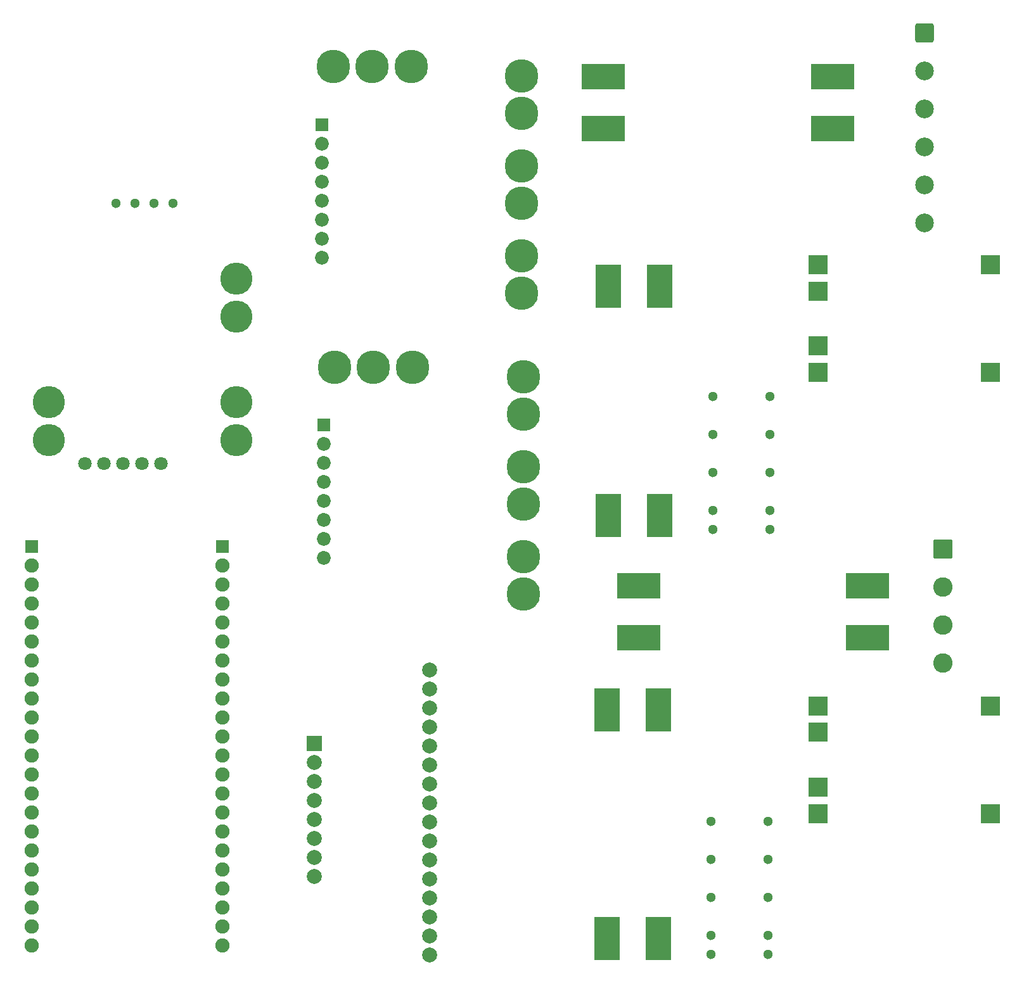
<source format=gbr>
%TF.GenerationSoftware,KiCad,Pcbnew,9.0.2*%
%TF.CreationDate,2025-10-01T16:12:29+03:00*%
%TF.ProjectId,SolarMonitor_V1,536f6c61-724d-46f6-9e69-746f725f5631,rev?*%
%TF.SameCoordinates,Original*%
%TF.FileFunction,Soldermask,Bot*%
%TF.FilePolarity,Negative*%
%FSLAX46Y46*%
G04 Gerber Fmt 4.6, Leading zero omitted, Abs format (unit mm)*
G04 Created by KiCad (PCBNEW 9.0.2) date 2025-10-01 16:12:29*
%MOMM*%
%LPD*%
G01*
G04 APERTURE LIST*
G04 Aperture macros list*
%AMRoundRect*
0 Rectangle with rounded corners*
0 $1 Rounding radius*
0 $2 $3 $4 $5 $6 $7 $8 $9 X,Y pos of 4 corners*
0 Add a 4 corners polygon primitive as box body*
4,1,4,$2,$3,$4,$5,$6,$7,$8,$9,$2,$3,0*
0 Add four circle primitives for the rounded corners*
1,1,$1+$1,$2,$3*
1,1,$1+$1,$4,$5*
1,1,$1+$1,$6,$7*
1,1,$1+$1,$8,$9*
0 Add four rect primitives between the rounded corners*
20,1,$1+$1,$2,$3,$4,$5,0*
20,1,$1+$1,$4,$5,$6,$7,0*
20,1,$1+$1,$6,$7,$8,$9,0*
20,1,$1+$1,$8,$9,$2,$3,0*%
G04 Aperture macros list end*
%ADD10C,1.300000*%
%ADD11R,2.500000X2.500000*%
%ADD12C,1.900000*%
%ADD13R,1.700000X1.700000*%
%ADD14R,5.840000X3.500000*%
%ADD15C,2.000000*%
%ADD16R,2.100000X2.100000*%
%ADD17R,3.500000X5.840000*%
%ADD18RoundRect,0.250000X-1.000000X1.000000X-1.000000X-1.000000X1.000000X-1.000000X1.000000X1.000000X0*%
%ADD19C,2.500000*%
%ADD20C,1.850000*%
%ADD21C,4.500000*%
%ADD22C,4.300000*%
%ADD23C,1.800000*%
%ADD24RoundRect,0.250000X-1.050000X1.050000X-1.050000X-1.050000X1.050000X-1.050000X1.050000X1.050000X0*%
%ADD25C,2.600000*%
G04 APERTURE END LIST*
D10*
%TO.C,K2*%
X126472024Y-179620000D03*
X126472024Y-177080000D03*
X126472024Y-172000000D03*
X126472024Y-166920000D03*
X126472024Y-161840000D03*
X134092024Y-161840000D03*
X134092024Y-166920000D03*
X134092024Y-172000000D03*
X134092024Y-177080000D03*
X134092024Y-179620000D03*
%TD*%
D11*
%TO.C,BRD1*%
X140800000Y-101775000D03*
X140800000Y-98275000D03*
X140800000Y-90925000D03*
X140800000Y-87425000D03*
X163800000Y-101775000D03*
X163800000Y-87425000D03*
%TD*%
%TO.C,BRD4*%
X140800000Y-160775000D03*
X140800000Y-157275000D03*
X140800000Y-149925000D03*
X140800000Y-146425000D03*
X163800000Y-160775000D03*
X163800000Y-146425000D03*
%TD*%
D12*
%TO.C,BRD12*%
X61198000Y-178420845D03*
X61198000Y-175880845D03*
X61198000Y-173340845D03*
X61198000Y-170800845D03*
X61198000Y-168260845D03*
X61198000Y-165720845D03*
X61198000Y-163180845D03*
X61198000Y-160640845D03*
X61198000Y-158100845D03*
X61198000Y-155560845D03*
X61198000Y-153020845D03*
X61198000Y-150480845D03*
X61198000Y-147940845D03*
X61198000Y-145400845D03*
X61198000Y-142860845D03*
X61198000Y-140320845D03*
X61198000Y-137780845D03*
X61198000Y-135240845D03*
X61198000Y-132700845D03*
X61198000Y-130160845D03*
X61198000Y-127620845D03*
D13*
X61198000Y-125080845D03*
D12*
X35698000Y-178420845D03*
X35698000Y-175880845D03*
X35698000Y-173340845D03*
X35698000Y-170800845D03*
X35698000Y-168260845D03*
X35698000Y-165720845D03*
X35698000Y-163180845D03*
X35698000Y-160640845D03*
X35698000Y-158100845D03*
X35698000Y-155560845D03*
X35698000Y-153020845D03*
X35698000Y-150480845D03*
X35698000Y-147940845D03*
X35698000Y-145400845D03*
X35698000Y-142860845D03*
X35698000Y-140320845D03*
X35698000Y-137780845D03*
X35698000Y-135240845D03*
X35698000Y-132700845D03*
X35698000Y-130160845D03*
X35698000Y-127620845D03*
D13*
X35698000Y-125080845D03*
%TD*%
D14*
%TO.C,BRD14*%
X112100000Y-69160000D03*
X112100000Y-62250000D03*
X142700000Y-62250000D03*
X142700000Y-69160000D03*
%TD*%
D15*
%TO.C,BRD7*%
X88868000Y-179700845D03*
X88868000Y-177160845D03*
X88868000Y-174620845D03*
X88868000Y-172080845D03*
X88868000Y-169540845D03*
X88868000Y-167000845D03*
X88868000Y-164460845D03*
X88868000Y-161920845D03*
X88868000Y-159380845D03*
X88868000Y-156840845D03*
X88868000Y-154300845D03*
X88868000Y-151760845D03*
X88868000Y-149220845D03*
X88868000Y-146680845D03*
X88868000Y-144140845D03*
X88868000Y-141600845D03*
X73498000Y-169190845D03*
X73498000Y-166650845D03*
X73498000Y-164110845D03*
X73498000Y-161570845D03*
X73498000Y-159030845D03*
X73498000Y-156490845D03*
X73498000Y-153950845D03*
D16*
X73498000Y-151410845D03*
%TD*%
D17*
%TO.C,BRD3*%
X119660000Y-120900000D03*
X112750000Y-120900000D03*
X112750000Y-90300000D03*
X119660000Y-90300000D03*
%TD*%
D10*
%TO.C,BRD13*%
X54575000Y-79175000D03*
X52035000Y-79175000D03*
X49495000Y-79175000D03*
X46955000Y-79175000D03*
%TD*%
D18*
%TO.C,J1*%
X155000000Y-56420000D03*
D19*
X155000000Y-61500000D03*
X155000000Y-66580000D03*
X155000000Y-71660000D03*
X155000000Y-76740000D03*
X155000000Y-81820000D03*
%TD*%
D14*
%TO.C,BRD11*%
X147400000Y-130340000D03*
X147400000Y-137250000D03*
X116800000Y-137250000D03*
X116800000Y-130340000D03*
%TD*%
D20*
%TO.C,BRD9*%
X74728000Y-126620845D03*
X74728000Y-124080845D03*
X74728000Y-121540845D03*
X74728000Y-119000845D03*
X74728000Y-116460845D03*
X74728000Y-113920845D03*
X74728000Y-111380845D03*
D13*
X74728000Y-108840845D03*
D21*
X76198000Y-101090845D03*
X81398000Y-101090845D03*
X86598000Y-101090845D03*
X101398000Y-102400845D03*
X101398000Y-107400845D03*
X101398000Y-114400845D03*
X101398000Y-119400845D03*
X101398000Y-126400845D03*
X101398000Y-131400845D03*
%TD*%
D20*
%TO.C,BRD8*%
X74528000Y-86430845D03*
X74528000Y-83890845D03*
X74528000Y-81350845D03*
X74528000Y-78810845D03*
X74528000Y-76270845D03*
X74528000Y-73730845D03*
X74528000Y-71190845D03*
D13*
X74528000Y-68650845D03*
D21*
X75998000Y-60900845D03*
X81198000Y-60900845D03*
X86398000Y-60900845D03*
X101198000Y-62210845D03*
X101198000Y-67210845D03*
X101198000Y-74210845D03*
X101198000Y-79210845D03*
X101198000Y-86210845D03*
X101198000Y-91210845D03*
%TD*%
D22*
%TO.C,BRD10*%
X38050000Y-105770000D03*
X38050000Y-110850000D03*
X63050000Y-89290000D03*
X63050000Y-94370000D03*
X63050000Y-105770000D03*
X63050000Y-110850000D03*
D23*
X42850000Y-113950000D03*
X45390000Y-113950000D03*
X47930000Y-113950000D03*
X50470000Y-113950000D03*
X53030000Y-113950000D03*
%TD*%
D17*
%TO.C,BRD6*%
X119500000Y-177500000D03*
X112590000Y-177500000D03*
X112590000Y-146900000D03*
X119500000Y-146900000D03*
%TD*%
D10*
%TO.C,K1*%
X126770000Y-122800000D03*
X126770000Y-120260000D03*
X126770000Y-115180000D03*
X126770000Y-110100000D03*
X126770000Y-105020000D03*
X134390000Y-105020000D03*
X134390000Y-110100000D03*
X134390000Y-115180000D03*
X134390000Y-120260000D03*
X134390000Y-122800000D03*
%TD*%
D24*
%TO.C,J2*%
X157500000Y-125420000D03*
D25*
X157500000Y-130500000D03*
X157500000Y-135580000D03*
X157500000Y-140660000D03*
%TD*%
M02*

</source>
